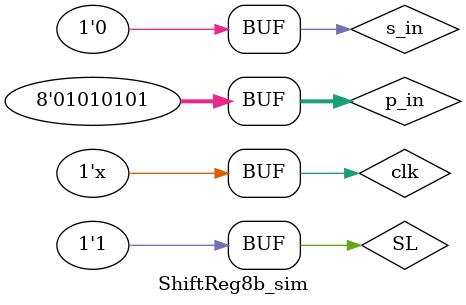
<source format=v>
`timescale 1ns / 1ps


module ShiftReg8b_sim;

	// Inputs
	reg clk;
	reg SL;
	reg s_in;
	reg [7:0] p_in;

	// Outputs
	wire [7:0] Q;

	// Instantiate the Unit Under Test (UUT)
	ShiftReg8b uut (
		.clk(clk), 
		.SL(SL), 
		.s_in(s_in), 
		.p_in(p_in), 
		.Q(Q)
	);

	initial begin
		// Initialize Inputs
		clk = 0;
		SL = 0;
		s_in = 0;
		p_in = 0;

		// Wait 100 ns for global reset to finish
		#100;
        
		// Add stimulus here
		s_in = 1;
		p_in = 0;
		#200;

		SL = 1;
		s_in = 0;
		p_in = 8'b0101_0101;
		#500;
	end

	always #20 clk = ~clk;
      
endmodule


</source>
